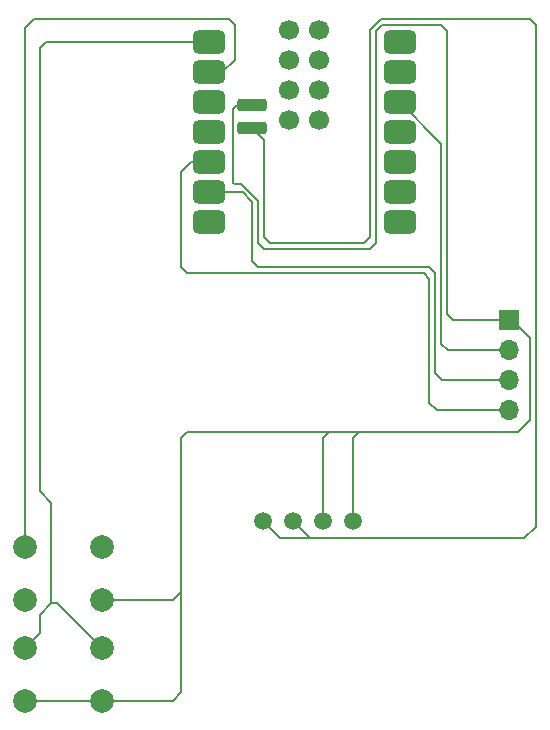
<source format=gbr>
%TF.GenerationSoftware,KiCad,Pcbnew,9.0.6*%
%TF.CreationDate,2025-12-29T20:59:13-08:00*%
%TF.ProjectId,bodycam,626f6479-6361-46d2-9e6b-696361645f70,rev?*%
%TF.SameCoordinates,Original*%
%TF.FileFunction,Copper,L1,Top*%
%TF.FilePolarity,Positive*%
%FSLAX46Y46*%
G04 Gerber Fmt 4.6, Leading zero omitted, Abs format (unit mm)*
G04 Created by KiCad (PCBNEW 9.0.6) date 2025-12-29 20:59:13*
%MOMM*%
%LPD*%
G01*
G04 APERTURE LIST*
G04 Aperture macros list*
%AMRoundRect*
0 Rectangle with rounded corners*
0 $1 Rounding radius*
0 $2 $3 $4 $5 $6 $7 $8 $9 X,Y pos of 4 corners*
0 Add a 4 corners polygon primitive as box body*
4,1,4,$2,$3,$4,$5,$6,$7,$8,$9,$2,$3,0*
0 Add four circle primitives for the rounded corners*
1,1,$1+$1,$2,$3*
1,1,$1+$1,$4,$5*
1,1,$1+$1,$6,$7*
1,1,$1+$1,$8,$9*
0 Add four rect primitives between the rounded corners*
20,1,$1+$1,$2,$3,$4,$5,0*
20,1,$1+$1,$4,$5,$6,$7,0*
20,1,$1+$1,$6,$7,$8,$9,0*
20,1,$1+$1,$8,$9,$2,$3,0*%
G04 Aperture macros list end*
%TA.AperFunction,ComponentPad*%
%ADD10C,1.500000*%
%TD*%
%TA.AperFunction,ComponentPad*%
%ADD11R,1.700000X1.700000*%
%TD*%
%TA.AperFunction,ComponentPad*%
%ADD12O,1.700000X1.700000*%
%TD*%
%TA.AperFunction,ComponentPad*%
%ADD13C,2.000000*%
%TD*%
%TA.AperFunction,SMDPad,CuDef*%
%ADD14RoundRect,0.500000X-0.875000X-0.500000X0.875000X-0.500000X0.875000X0.500000X-0.875000X0.500000X0*%
%TD*%
%TA.AperFunction,ComponentPad*%
%ADD15RoundRect,0.275000X0.975000X0.275000X-0.975000X0.275000X-0.975000X-0.275000X0.975000X-0.275000X0*%
%TD*%
%TA.AperFunction,SMDPad,CuDef*%
%ADD16C,1.700000*%
%TD*%
%TA.AperFunction,Conductor*%
%ADD17C,0.200000*%
%TD*%
G04 APERTURE END LIST*
D10*
%TO.P,U1,1,GND*%
%TO.N,Net-(U3-GND)*%
X219500000Y-113500000D03*
%TO.P,U1,2,GND*%
X216960000Y-113500000D03*
%TO.P,U1,3,3.7V*%
%TO.N,Net-(U2-BAT)*%
X214420000Y-113500000D03*
%TO.P,U1,4,3.7V*%
X211880000Y-113500000D03*
%TD*%
D11*
%TO.P,U3,1,GND*%
%TO.N,Net-(U3-GND)*%
X232750000Y-96500000D03*
D12*
%TO.P,U3,2,VCC*%
%TO.N,Net-(U2-3V3)*%
X232750000Y-99040000D03*
%TO.P,U3,3,SCL*%
%TO.N,Net-(U2-GPIO6_A5_D5_SCL)*%
X232750000Y-101580000D03*
%TO.P,U3,4,SDA*%
%TO.N,Net-(U2-GPIO5_A4_D4_SDA)*%
X232750000Y-104120000D03*
%TD*%
D13*
%TO.P,SW2,1,1*%
%TO.N,Net-(U2-GPIO1_A0_D0)*%
X191750000Y-124250000D03*
X198250000Y-124250000D03*
%TO.P,SW2,2,2*%
%TO.N,Net-(U3-GND)*%
X191750000Y-128750000D03*
X198250000Y-128750000D03*
%TD*%
D14*
%TO.P,U2,1,GPIO1_A0_D0*%
%TO.N,Net-(U2-GPIO1_A0_D0)*%
X207335000Y-73000000D03*
%TO.P,U2,2,GPIO2_A1_D1*%
%TO.N,Net-(U2-GPIO2_A1_D1)*%
X207335000Y-75540000D03*
%TO.P,U2,3,GPIO3_A2_D2*%
%TO.N,unconnected-(U2-GPIO3_A2_D2-Pad3)*%
X207335000Y-78080000D03*
%TO.P,U2,4,GPIO4_A3_D3*%
%TO.N,unconnected-(U2-GPIO4_A3_D3-Pad4)*%
X207335000Y-80620000D03*
%TO.P,U2,5,GPIO5_A4_D4_SDA*%
%TO.N,Net-(U2-GPIO5_A4_D4_SDA)*%
X207335000Y-83160000D03*
%TO.P,U2,6,GPIO6_A5_D5_SCL*%
%TO.N,Net-(U2-GPIO6_A5_D5_SCL)*%
X207335000Y-85700000D03*
%TO.P,U2,7,GPIO43_A6_D6_TX*%
%TO.N,unconnected-(U2-GPIO43_A6_D6_TX-Pad7)*%
X207335000Y-88240000D03*
%TO.P,U2,8,GPIO44_D7_RX*%
%TO.N,unconnected-(U2-GPIO44_D7_RX-Pad8)*%
X223500000Y-88240000D03*
%TO.P,U2,9,GPIO7_A8_D8_SCK*%
%TO.N,unconnected-(U2-GPIO7_A8_D8_SCK-Pad9)*%
X223500000Y-85700000D03*
%TO.P,U2,10,GPIO8_A9_D9_MISO*%
%TO.N,unconnected-(U2-GPIO8_A9_D9_MISO-Pad10)*%
X223500000Y-83160000D03*
%TO.P,U2,11,GPIO9_A10_D10_MOSI*%
%TO.N,unconnected-(U2-GPIO9_A10_D10_MOSI-Pad11)*%
X223500000Y-80620000D03*
%TO.P,U2,12,3V3*%
%TO.N,Net-(U2-3V3)*%
X223500000Y-78080000D03*
%TO.P,U2,13,GND*%
%TO.N,unconnected-(U2-GND-Pad13)*%
X223500000Y-75540000D03*
%TO.P,U2,14,5V*%
%TO.N,unconnected-(U2-5V-Pad14)*%
X223500000Y-73000000D03*
D15*
%TO.P,U2,15,BAT*%
%TO.N,Net-(U2-BAT)*%
X210945000Y-80238000D03*
%TO.P,U2,16,GND*%
%TO.N,Net-(U3-GND)*%
X210945000Y-78333000D03*
D16*
%TO.P,U2,17,MTDI*%
%TO.N,unconnected-(U2-MTDI-Pad17)*%
X214120000Y-71988000D03*
%TO.P,U2,18,MTDO*%
%TO.N,unconnected-(U2-MTDO-Pad18)*%
X216660000Y-71988000D03*
%TO.P,U2,19,CHIP_EN*%
%TO.N,unconnected-(U2-CHIP_EN-Pad19)*%
X214120000Y-74528000D03*
%TO.P,U2,20,GND*%
%TO.N,unconnected-(U2-GND-Pad20)*%
X216660000Y-74528000D03*
%TO.P,U2,21,MTMS*%
%TO.N,unconnected-(U2-MTMS-Pad21)*%
X214120000Y-77068000D03*
%TO.P,U2,22,MTCK*%
%TO.N,unconnected-(U2-MTCK-Pad22)*%
X216660000Y-77068000D03*
%TO.P,U2,23,USB_DN*%
%TO.N,unconnected-(U2-USB_DN-Pad23)*%
X214120000Y-79608000D03*
%TO.P,U2,24,USB_DP*%
%TO.N,unconnected-(U2-USB_DP-Pad24)*%
X216660000Y-79608000D03*
%TD*%
D13*
%TO.P,SW1,1,1*%
%TO.N,Net-(U2-GPIO2_A1_D1)*%
X191750000Y-115700000D03*
X198250000Y-115700000D03*
%TO.P,SW1,2,2*%
%TO.N,Net-(U3-GND)*%
X191750000Y-120200000D03*
X198250000Y-120200000D03*
%TD*%
D17*
%TO.N,Net-(U3-GND)*%
X219500000Y-113500000D02*
X219500000Y-106500000D01*
X209500000Y-85000000D02*
X209394000Y-84894000D01*
X221500000Y-72000000D02*
X221500000Y-90000000D01*
X212000000Y-90500000D02*
X211500000Y-90000000D01*
X221500000Y-90000000D02*
X221000000Y-90500000D01*
X204300000Y-120200000D02*
X205000000Y-119500000D01*
X233000000Y-96500000D02*
X232750000Y-96500000D01*
X219500000Y-106500000D02*
X220000000Y-106000000D01*
X216960000Y-106540000D02*
X217500000Y-106000000D01*
X217500000Y-106000000D02*
X220000000Y-106000000D01*
X209394000Y-84894000D02*
X209394000Y-78634000D01*
X210067100Y-85000000D02*
X209500000Y-85000000D01*
X232750000Y-96500000D02*
X228000000Y-96500000D01*
X209695000Y-78333000D02*
X210945000Y-78333000D01*
X227500000Y-72000000D02*
X227000000Y-71500000D01*
X205500000Y-106000000D02*
X217500000Y-106000000D01*
X221000000Y-90500000D02*
X212000000Y-90500000D01*
X198250000Y-128750000D02*
X204250000Y-128750000D01*
X227500000Y-96000000D02*
X227500000Y-72000000D01*
X220000000Y-106000000D02*
X233500000Y-106000000D01*
X234500000Y-105000000D02*
X234500000Y-98000000D01*
X204250000Y-128750000D02*
X205000000Y-128000000D01*
X205000000Y-128000000D02*
X205000000Y-119500000D01*
X234500000Y-98000000D02*
X233000000Y-96500000D01*
X211500000Y-86432900D02*
X210067100Y-85000000D01*
X205000000Y-119500000D02*
X205000000Y-106500000D01*
X233500000Y-106000000D02*
X234500000Y-105000000D01*
X216960000Y-113500000D02*
X216960000Y-106540000D01*
X209394000Y-78634000D02*
X209695000Y-78333000D01*
X211500000Y-90000000D02*
X211500000Y-86432900D01*
X191750000Y-128750000D02*
X198250000Y-128750000D01*
X205000000Y-106500000D02*
X205500000Y-106000000D01*
X222000000Y-71500000D02*
X221500000Y-72000000D01*
X227000000Y-71500000D02*
X222000000Y-71500000D01*
X228000000Y-96500000D02*
X227500000Y-96000000D01*
X198250000Y-120200000D02*
X204300000Y-120200000D01*
%TO.N,Net-(U2-GPIO6_A5_D5_SCL)*%
X226500000Y-101000000D02*
X226500000Y-92500000D01*
X211500000Y-92000000D02*
X211000000Y-91500000D01*
X210200000Y-85700000D02*
X207335000Y-85700000D01*
X227080000Y-101580000D02*
X226500000Y-101000000D01*
X226000000Y-92000000D02*
X211500000Y-92000000D01*
X232750000Y-101580000D02*
X227080000Y-101580000D01*
X211000000Y-91500000D02*
X211000000Y-86500000D01*
X211000000Y-86500000D02*
X210200000Y-85700000D01*
X226500000Y-92500000D02*
X226000000Y-92000000D01*
%TO.N,Net-(U2-GPIO2_A1_D1)*%
X209000000Y-71000000D02*
X209500000Y-71500000D01*
X191750000Y-115700000D02*
X191750000Y-71750000D01*
X192500000Y-71000000D02*
X209000000Y-71000000D01*
X208460000Y-75540000D02*
X207335000Y-75540000D01*
X209500000Y-74500000D02*
X208460000Y-75540000D01*
X191750000Y-71750000D02*
X192500000Y-71000000D01*
X209500000Y-71500000D02*
X209500000Y-74500000D01*
%TO.N,Net-(U2-BAT)*%
X235000000Y-114000000D02*
X235000000Y-71500000D01*
X221932900Y-71000000D02*
X221000000Y-71932900D01*
X215920000Y-115000000D02*
X234000000Y-115000000D01*
X212000000Y-81293000D02*
X210945000Y-80238000D01*
X211880000Y-113500000D02*
X213380000Y-115000000D01*
X212500000Y-90000000D02*
X212000000Y-89500000D01*
X220500000Y-90000000D02*
X212500000Y-90000000D01*
X212000000Y-89500000D02*
X212000000Y-81293000D01*
X234000000Y-115000000D02*
X235000000Y-114000000D01*
X221000000Y-71932900D02*
X221000000Y-89500000D01*
X234500000Y-71000000D02*
X221932900Y-71000000D01*
X235000000Y-71500000D02*
X234500000Y-71000000D01*
X221000000Y-89500000D02*
X220500000Y-90000000D01*
X214420000Y-113500000D02*
X215920000Y-115000000D01*
X213380000Y-115000000D02*
X215920000Y-115000000D01*
%TO.N,Net-(U2-3V3)*%
X227000000Y-81580000D02*
X223500000Y-78080000D01*
X232750000Y-99040000D02*
X227540000Y-99040000D01*
X227540000Y-99040000D02*
X227000000Y-98500000D01*
X227000000Y-98500000D02*
X227000000Y-81580000D01*
%TO.N,Net-(U2-GPIO5_A4_D4_SDA)*%
X226620000Y-104120000D02*
X226000000Y-103500000D01*
X226000000Y-93000000D02*
X225500000Y-92500000D01*
X225500000Y-92500000D02*
X205500000Y-92500000D01*
X226000000Y-103500000D02*
X226000000Y-93000000D01*
X232750000Y-104120000D02*
X226620000Y-104120000D01*
X205500000Y-92500000D02*
X205000000Y-92000000D01*
X205840000Y-83160000D02*
X207335000Y-83160000D01*
X205000000Y-92000000D02*
X205000000Y-84000000D01*
X205000000Y-84000000D02*
X205840000Y-83160000D01*
%TO.N,Net-(U2-GPIO1_A0_D0)*%
X207335000Y-73000000D02*
X193500000Y-73000000D01*
X193000000Y-73500000D02*
X193000000Y-111000000D01*
X193000000Y-121500000D02*
X193000000Y-123000000D01*
X194000000Y-120500000D02*
X193000000Y-121500000D01*
X194500000Y-120500000D02*
X194000000Y-120500000D01*
X198250000Y-124250000D02*
X194500000Y-120500000D01*
X193000000Y-123000000D02*
X191750000Y-124250000D01*
X193000000Y-111000000D02*
X194000000Y-112000000D01*
X194000000Y-112000000D02*
X194000000Y-120500000D01*
X193500000Y-73000000D02*
X193000000Y-73500000D01*
%TD*%
M02*

</source>
